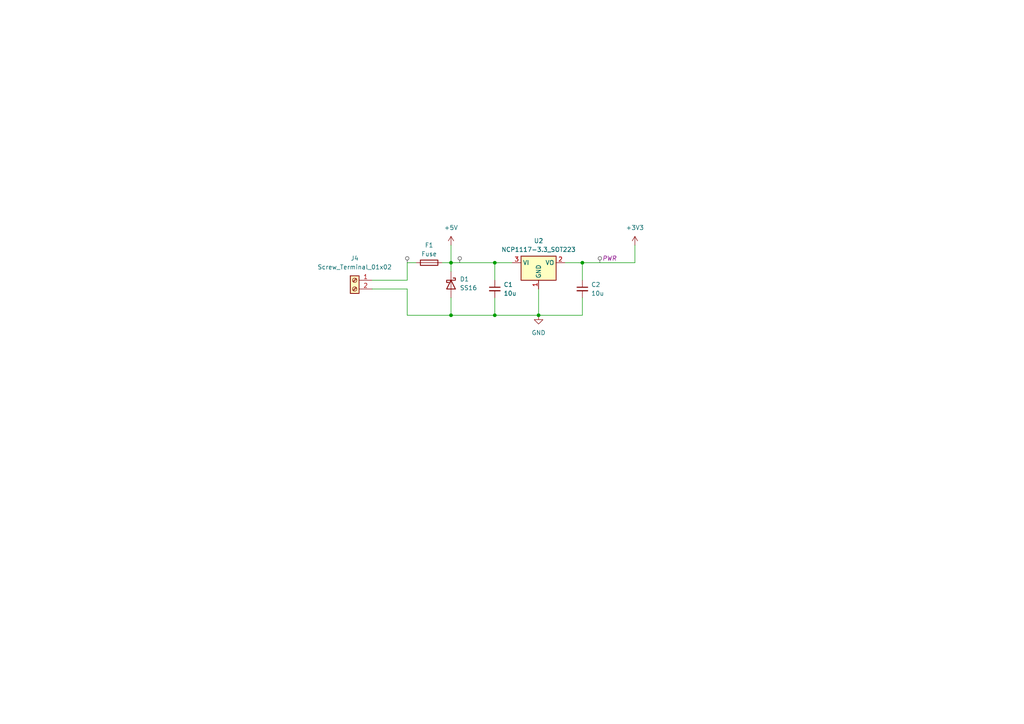
<source format=kicad_sch>
(kicad_sch (version 20230121) (generator eeschema)
  (paper "A4")
  (lib_symbols
    (symbol "Connector:Screw_Terminal_01x02" (pin_names (offset 1.016) hide)
      (property "Reference" "J" (at 0 2.54 0))
      (property "Value" "Screw_Terminal_01x02" (at 0 -5.08 0))
      (symbol "Screw_Terminal_01x02_1_1"
        (rectangle (start -1.27 1.27) (end 1.27 -3.81) (stroke (width 0.254)) (fill (type background)))
        (circle (center 0 -2.54) (radius 0.635) (stroke (width 0.1524)))
        (polyline (pts (xy -0.5334 -2.2098) (xy 0.3302 -3.048)) (stroke (width 0.1524)))
        (polyline (pts (xy -0.5334 0.3302) (xy 0.3302 -0.508)) (stroke (width 0.1524)))
        (polyline (pts (xy -0.3556 -2.032) (xy 0.508 -2.8702)) (stroke (width 0.1524)))
        (polyline (pts (xy -0.3556 0.508) (xy 0.508 -0.3302)) (stroke (width 0.1524)))
        (circle (center 0 0) (radius 0.635) (stroke (width 0.1524)))
        (pin passive line (at -5.08 0 0) (length 3.81) (name "Pin_1") (number "1"))
        (pin passive line (at -5.08 -2.54 0) (length 3.81) (name "Pin_2") (number "2"))
      )
    )
    (symbol "Device:C_Small" (pin_numbers hide) (pin_names (offset 0.254) hide)
      (property "Reference" "C" (at 0.254 1.778 0))
      (property "Value" "C_Small" (at 0.254 -2.032 0))
      (symbol "C_Small_0_1"
        (polyline (pts (xy -1.524 -0.508) (xy 1.524 -0.508)) (stroke (width 0.3302)))
        (polyline (pts (xy -1.524 0.508) (xy 1.524 0.508)) (stroke (width 0.3048)))
      )
      (symbol "C_Small_1_1"
        (pin passive line (at 0 2.54 270) (length 2.032) (name "~") (number "1"))
        (pin passive line (at 0 -2.54 90) (length 2.032) (name "~") (number "2"))
      )
    )
    (symbol "Device:D_Schottky" (pin_numbers hide) (pin_names (offset 1.016) hide)
      (property "Reference" "D" (at 0 2.54 0))
      (property "Value" "D_Schottky" (at 0 -2.54 0))
      (symbol "D_Schottky_0_1"
        (polyline (pts (xy 1.27 0) (xy -1.27 0)))
        (polyline (pts (xy 1.27 1.27) (xy 1.27 -1.27) (xy -1.27 0) (xy 1.27 1.27)) (stroke (width 0.254)))
        (polyline (pts (xy -1.905 0.635) (xy -1.905 1.27) (xy -1.27 1.27) (xy -1.27 -1.27) (xy -0.635 -1.27) (xy -0.635 -0.635)) (stroke (width 0.254)))
      )
      (symbol "D_Schottky_1_1"
        (pin passive line (at -3.81 0 0) (length 2.54) (name "K") (number "1"))
        (pin passive line (at 3.81 0 180) (length 2.54) (name "A") (number "2"))
      )
    )
    (symbol "Device:Fuse" (pin_numbers hide) (pin_names (offset 0))
      (property "Reference" "F" (at 2.032 0 90))
      (property "Value" "Fuse" (at -1.905 0 90))
      (symbol "Fuse_0_1"
        (rectangle (start -0.762 -2.54) (end 0.762 2.54) (stroke (width 0.254)))
        (polyline (pts (xy 0 2.54) (xy 0 -2.54)))
      )
      (symbol "Fuse_1_1"
        (pin passive line (at 0 3.81 270) (length 1.27) (name "~") (number "1"))
        (pin passive line (at 0 -3.81 90) (length 1.27) (name "~") (number "2"))
      )
    )
    (symbol "Regulator_Linear:NCP1117-3.3_SOT223"
      (property "Reference" "U" (at -3.81 3.175 0))
      (property "Value" "NCP1117-3.3_SOT223" (at 0 3.175 0))
      (symbol "NCP1117-3.3_SOT223_0_1"
        (rectangle (start -5.08 -5.08) (end 5.08 1.905) (stroke (width 0.254)) (fill (type background)))
      )
      (symbol "NCP1117-3.3_SOT223_1_1"
        (pin power_in line (at 0 -7.62 90) (length 2.54) (name "GND") (number "1"))
        (pin power_out line (at 7.62 0 180) (length 2.54) (name "VO") (number "2"))
        (pin power_in line (at -7.62 0 0) (length 2.54) (name "VI") (number "3"))
      )
    )
    (symbol "power:+3V3" (power) (pin_names (offset 0))
      (property "Value" "+3V3" (at 0 3.556 0))
      (symbol "+3V3_0_1"
        (polyline (pts (xy -0.762 1.27) (xy 0 2.54)))
        (polyline (pts (xy 0 0) (xy 0 2.54)))
        (polyline (pts (xy 0 2.54) (xy 0.762 1.27)))
      )
      (symbol "+3V3_1_1"
        (pin power_in line (at 0 0 90) (length 0) hide (name "+3V3") (number "1"))
      )
    )
    (symbol "power:+5V" (power) (pin_names (offset 0))
      (property "Value" "+5V" (at 0 3.556 0))
      (symbol "+5V_0_1"
        (polyline (pts (xy -0.762 1.27) (xy 0 2.54)))
        (polyline (pts (xy 0 0) (xy 0 2.54)))
        (polyline (pts (xy 0 2.54) (xy 0.762 1.27)))
      )
      (symbol "+5V_1_1"
        (pin power_in line (at 0 0 90) (length 0) hide (name "+5V") (number "1"))
      )
    )
    (symbol "power:GND" (power) (pin_names (offset 0))
      (property "Value" "GND" (at 0 -3.81 0))
      (symbol "GND_0_1"
        (polyline (pts (xy 0 0) (xy 0 -1.27) (xy 1.27 -1.27) (xy 0 -2.54) (xy -1.27 -1.27) (xy 0 -1.27)))
      )
      (symbol "GND_1_1"
        (pin power_in line (at 0 0 270) (length 0) hide (name "GND") (number "1"))
      )
    )
  )
  (junction (at 130.81 76.2))
  (junction (at 143.51 91.44))
  (junction (at 156.21 91.44))
  (junction (at 130.81 91.44))
  (junction (at 168.91 76.2))
  (junction (at 143.51 76.2))
  (wire (pts (xy 156.21 83.82) (xy 156.21 91.44)))
  (wire (pts (xy 130.81 86.36) (xy 130.81 91.44)))
  (wire (pts (xy 163.83 76.2) (xy 168.91 76.2)))
  (wire (pts (xy 130.81 76.2) (xy 130.81 78.74)))
  (wire (pts (xy 118.11 91.44) (xy 130.81 91.44)))
  (wire (pts (xy 143.51 91.44) (xy 156.21 91.44)))
  (wire (pts (xy 128.27 76.2) (xy 130.81 76.2)))
  (wire (pts (xy 143.51 86.36) (xy 143.51 91.44)))
  (wire (pts (xy 130.81 76.2) (xy 143.51 76.2)))
  (wire (pts (xy 143.51 76.2) (xy 148.59 76.2)))
  (wire (pts (xy 143.51 76.2) (xy 143.51 81.28)))
  (wire (pts (xy 118.11 76.2) (xy 120.65 76.2)))
  (wire (pts (xy 118.11 83.82) (xy 118.11 91.44)))
  (wire (pts (xy 184.15 71.12) (xy 184.15 76.2)))
  (wire (pts (xy 168.91 76.2) (xy 168.91 81.28)))
  (wire (pts (xy 130.81 71.12) (xy 130.81 76.2)))
  (wire (pts (xy 156.21 91.44) (xy 168.91 91.44)))
  (wire (pts (xy 107.95 83.82) (xy 118.11 83.82)))
  (wire (pts (xy 168.91 91.44) (xy 168.91 86.36)))
  (wire (pts (xy 118.11 81.28) (xy 118.11 76.2)))
  (wire (pts (xy 130.81 91.44) (xy 143.51 91.44)))
  (wire (pts (xy 107.95 81.28) (xy 118.11 81.28)))
  (wire (pts (xy 168.91 76.2) (xy 184.15 76.2)))
  (netclass_flag "" (length 1.27) (shape round) (at 133.35 76.2 0) (property "Netclass" "HIGH_PWR" (effects hide)))
  (netclass_flag "" (length 1.27) (shape round) (at 118.11 76.2 0) (property "Netclass" "HIGH_PWR" (effects hide)))
  (netclass_flag "" (length 1.27) (shape round) (at 173.99 76.2 0) (property "Netclass" "PWR" (at 174.6885 74.93 0) (effects (font italic) (justify left))))
  (symbol (lib_id "Device:D_Schottky") (at 130.81 82.55 270) (unit 1)
    (property "Reference" "D1" (at 133.35 80.9625 90) (effects (justify left)))
    (property "Value" "SS16" (at 133.35 83.5025 90) (effects (justify left)))
    (property "Footprint" "Diode_SMD:D_SMA" (effects hide))
  )
  (symbol (lib_id "Regulator_Linear:NCP1117-3.3_SOT223") (at 156.21 76.2 0) (unit 1)
    (property "Reference" "U2" (at 156.21 69.85 0))
    (property "Value" "NCP1117-3.3_SOT223" (at 156.21 72.39 0))
    (property "Footprint" "Package_TO_SOT_SMD:SOT-223-3_TabPin2" (effects hide))
    (property "Datasheet" "http://www.onsemi.com/pub_link/Collateral/NCP1117-D.PDF" (effects hide))
  )
  (symbol (lib_id "power:+3V3") (at 184.15 71.12 0) (unit 1)
    (property "Reference" "#PWR03" (effects hide))
    (property "Value" "+3V3" (at 184.15 66.04 0))
  )
  (symbol (lib_id "Connector:Screw_Terminal_01x02") (at 102.87 81.28 0) (mirror y) (unit 1)
    (property "Reference" "J4" (at 102.87 74.93 0))
    (property "Value" "Screw_Terminal_01x02" (at 102.87 77.47 0))
    (property "Footprint" "TerminalBlock_Phoenix:TerminalBlock_Phoenix_MKDS-1,5-2_1x02_P5.00mm_Horizontal" (effects hide))
  )
  (symbol (lib_id "power:GND") (at 156.21 91.44 0) (unit 1)
    (property "Reference" "#PWR01" (effects hide))
    (property "Value" "GND" (at 156.21 96.52 0))
  )
  (symbol (lib_id "Device:C_Small") (at 143.51 83.82 0) (unit 1)
    (property "Reference" "C1" (at 146.05 82.5563 0) (effects (justify left)))
    (property "Value" "10u" (at 146.05 85.0963 0) (effects (justify left)))
    (property "Footprint" "Capacitor_SMD:C_0805_2012Metric" (effects hide))
  )
  (symbol (lib_id "power:+5V") (at 130.81 71.12 0) (unit 1)
    (property "Reference" "#PWR02" (effects hide))
    (property "Value" "+5V" (at 130.81 66.04 0))
  )
  (symbol (lib_id "Device:Fuse") (at 124.46 76.2 90) (unit 1)
    (property "Reference" "F1" (at 124.46 71.12 90))
    (property "Value" "Fuse" (at 124.46 73.66 90))
    (property "Footprint" "Fuse:Fuse_0805_2012Metric" (effects hide))
  )
  (symbol (lib_id "Device:C_Small") (at 168.91 83.82 0) (unit 1)
    (property "Reference" "C2" (at 171.45 82.5563 0) (effects (justify left)))
    (property "Value" "10u" (at 171.45 85.0963 0) (effects (justify left)))
    (property "Footprint" "Capacitor_SMD:C_0805_2012Metric" (effects hide))
  )
)
</source>
